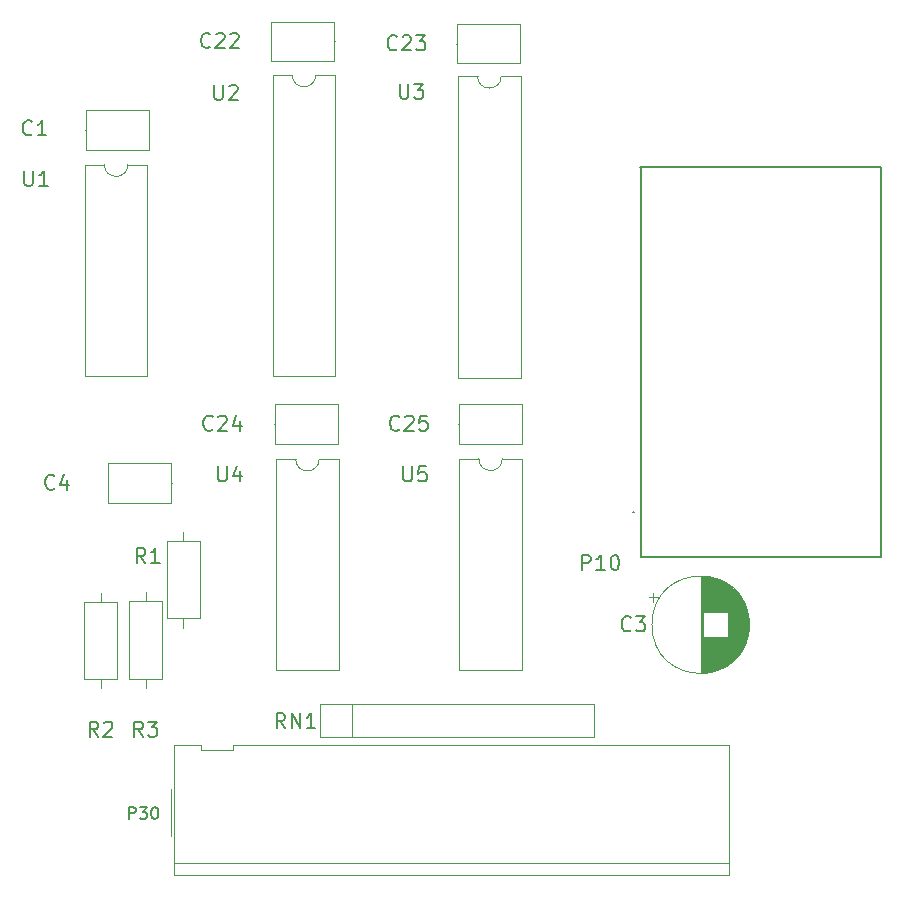
<source format=gbr>
%TF.GenerationSoftware,KiCad,Pcbnew,(6.0.5-0)*%
%TF.CreationDate,2023-12-07T08:40:20-07:00*%
%TF.ProjectId,sega-800-0374,73656761-2d38-4303-902d-303337342e6b,rev?*%
%TF.SameCoordinates,Original*%
%TF.FileFunction,Legend,Top*%
%TF.FilePolarity,Positive*%
%FSLAX46Y46*%
G04 Gerber Fmt 4.6, Leading zero omitted, Abs format (unit mm)*
G04 Created by KiCad (PCBNEW (6.0.5-0)) date 2023-12-07 08:40:20*
%MOMM*%
%LPD*%
G01*
G04 APERTURE LIST*
%ADD10C,0.203200*%
%ADD11C,0.150000*%
%ADD12C,0.120000*%
%ADD13C,0.200000*%
G04 APERTURE END LIST*
D10*
%TO.C,U5*%
X104623888Y-100918518D02*
X104623888Y-101946614D01*
X104684365Y-102067566D01*
X104744841Y-102128042D01*
X104865793Y-102188518D01*
X105107698Y-102188518D01*
X105228650Y-102128042D01*
X105289127Y-102067566D01*
X105349603Y-101946614D01*
X105349603Y-100918518D01*
X106559127Y-100918518D02*
X105954365Y-100918518D01*
X105893888Y-101523280D01*
X105954365Y-101462804D01*
X106075317Y-101402328D01*
X106377698Y-101402328D01*
X106498650Y-101462804D01*
X106559127Y-101523280D01*
X106619603Y-101644233D01*
X106619603Y-101946614D01*
X106559127Y-102067566D01*
X106498650Y-102128042D01*
X106377698Y-102188518D01*
X106075317Y-102188518D01*
X105954365Y-102128042D01*
X105893888Y-102067566D01*
%TO.C,C25*%
X104275080Y-97767575D02*
X104214604Y-97828051D01*
X104033175Y-97888527D01*
X103912223Y-97888527D01*
X103730794Y-97828051D01*
X103609842Y-97707099D01*
X103549366Y-97586146D01*
X103488889Y-97344242D01*
X103488889Y-97162813D01*
X103549366Y-96920908D01*
X103609842Y-96799956D01*
X103730794Y-96679004D01*
X103912223Y-96618527D01*
X104033175Y-96618527D01*
X104214604Y-96679004D01*
X104275080Y-96739480D01*
X104758889Y-96739480D02*
X104819366Y-96679004D01*
X104940318Y-96618527D01*
X105242699Y-96618527D01*
X105363651Y-96679004D01*
X105424128Y-96739480D01*
X105484604Y-96860432D01*
X105484604Y-96981384D01*
X105424128Y-97162813D01*
X104698413Y-97888527D01*
X105484604Y-97888527D01*
X106633651Y-96618527D02*
X106028889Y-96618527D01*
X105968413Y-97223289D01*
X106028889Y-97162813D01*
X106149842Y-97102337D01*
X106452223Y-97102337D01*
X106573175Y-97162813D01*
X106633651Y-97223289D01*
X106694128Y-97344242D01*
X106694128Y-97646623D01*
X106633651Y-97767575D01*
X106573175Y-97828051D01*
X106452223Y-97888527D01*
X106149842Y-97888527D01*
X106028889Y-97828051D01*
X105968413Y-97767575D01*
%TO.C,U3*%
X104323880Y-68518523D02*
X104323880Y-69546619D01*
X104384357Y-69667571D01*
X104444833Y-69728047D01*
X104565785Y-69788523D01*
X104807690Y-69788523D01*
X104928642Y-69728047D01*
X104989119Y-69667571D01*
X105049595Y-69546619D01*
X105049595Y-68518523D01*
X105533404Y-68518523D02*
X106319595Y-68518523D01*
X105896261Y-69002333D01*
X106077690Y-69002333D01*
X106198642Y-69062809D01*
X106259119Y-69123285D01*
X106319595Y-69244238D01*
X106319595Y-69546619D01*
X106259119Y-69667571D01*
X106198642Y-69728047D01*
X106077690Y-69788523D01*
X105714833Y-69788523D01*
X105593880Y-69728047D01*
X105533404Y-69667571D01*
%TO.C,C22*%
X88275062Y-65367564D02*
X88214586Y-65428040D01*
X88033157Y-65488516D01*
X87912205Y-65488516D01*
X87730776Y-65428040D01*
X87609824Y-65307088D01*
X87549348Y-65186135D01*
X87488871Y-64944231D01*
X87488871Y-64762802D01*
X87549348Y-64520897D01*
X87609824Y-64399945D01*
X87730776Y-64278993D01*
X87912205Y-64218516D01*
X88033157Y-64218516D01*
X88214586Y-64278993D01*
X88275062Y-64339469D01*
X88758871Y-64339469D02*
X88819348Y-64278993D01*
X88940300Y-64218516D01*
X89242681Y-64218516D01*
X89363633Y-64278993D01*
X89424110Y-64339469D01*
X89484586Y-64460421D01*
X89484586Y-64581373D01*
X89424110Y-64762802D01*
X88698395Y-65488516D01*
X89484586Y-65488516D01*
X89968395Y-64339469D02*
X90028871Y-64278993D01*
X90149824Y-64218516D01*
X90452205Y-64218516D01*
X90573157Y-64278993D01*
X90633633Y-64339469D01*
X90694110Y-64460421D01*
X90694110Y-64581373D01*
X90633633Y-64762802D01*
X89907919Y-65488516D01*
X90694110Y-65488516D01*
%TO.C,C24*%
X88475061Y-97767575D02*
X88414585Y-97828051D01*
X88233156Y-97888527D01*
X88112204Y-97888527D01*
X87930775Y-97828051D01*
X87809823Y-97707099D01*
X87749347Y-97586146D01*
X87688870Y-97344242D01*
X87688870Y-97162813D01*
X87749347Y-96920908D01*
X87809823Y-96799956D01*
X87930775Y-96679004D01*
X88112204Y-96618527D01*
X88233156Y-96618527D01*
X88414585Y-96679004D01*
X88475061Y-96739480D01*
X88958870Y-96739480D02*
X89019347Y-96679004D01*
X89140299Y-96618527D01*
X89442680Y-96618527D01*
X89563632Y-96679004D01*
X89624109Y-96739480D01*
X89684585Y-96860432D01*
X89684585Y-96981384D01*
X89624109Y-97162813D01*
X88898394Y-97888527D01*
X89684585Y-97888527D01*
X90773156Y-97041861D02*
X90773156Y-97888527D01*
X90470775Y-96558051D02*
X90168394Y-97465194D01*
X90954585Y-97465194D01*
%TO.C,C4*%
X75079826Y-102767565D02*
X75019350Y-102828041D01*
X74837921Y-102888517D01*
X74716969Y-102888517D01*
X74535540Y-102828041D01*
X74414588Y-102707089D01*
X74354112Y-102586136D01*
X74293635Y-102344232D01*
X74293635Y-102162803D01*
X74354112Y-101920898D01*
X74414588Y-101799946D01*
X74535540Y-101678994D01*
X74716969Y-101618517D01*
X74837921Y-101618517D01*
X75019350Y-101678994D01*
X75079826Y-101739470D01*
X76168397Y-102041851D02*
X76168397Y-102888517D01*
X75866016Y-101558041D02*
X75563635Y-102465184D01*
X76349826Y-102465184D01*
%TO.C,P10*%
X119749357Y-109688523D02*
X119749357Y-108418523D01*
X120233166Y-108418523D01*
X120354119Y-108479000D01*
X120414595Y-108539476D01*
X120475071Y-108660428D01*
X120475071Y-108841857D01*
X120414595Y-108962809D01*
X120354119Y-109023285D01*
X120233166Y-109083761D01*
X119749357Y-109083761D01*
X121684595Y-109688523D02*
X120958880Y-109688523D01*
X121321738Y-109688523D02*
X121321738Y-108418523D01*
X121200785Y-108599952D01*
X121079833Y-108720904D01*
X120958880Y-108781380D01*
X122470785Y-108418523D02*
X122591738Y-108418523D01*
X122712690Y-108479000D01*
X122773166Y-108539476D01*
X122833642Y-108660428D01*
X122894119Y-108902333D01*
X122894119Y-109204714D01*
X122833642Y-109446619D01*
X122773166Y-109567571D01*
X122712690Y-109628047D01*
X122591738Y-109688523D01*
X122470785Y-109688523D01*
X122349833Y-109628047D01*
X122289357Y-109567571D01*
X122228880Y-109446619D01*
X122168404Y-109204714D01*
X122168404Y-108902333D01*
X122228880Y-108660428D01*
X122289357Y-108539476D01*
X122349833Y-108479000D01*
X122470785Y-108418523D01*
%TO.C,RN1*%
X94614598Y-123088527D02*
X94191264Y-122483765D01*
X93888883Y-123088527D02*
X93888883Y-121818527D01*
X94372693Y-121818527D01*
X94493645Y-121879004D01*
X94554122Y-121939480D01*
X94614598Y-122060432D01*
X94614598Y-122241861D01*
X94554122Y-122362813D01*
X94493645Y-122423289D01*
X94372693Y-122483765D01*
X93888883Y-122483765D01*
X95158883Y-123088527D02*
X95158883Y-121818527D01*
X95884598Y-123088527D01*
X95884598Y-121818527D01*
X97154598Y-123088527D02*
X96428883Y-123088527D01*
X96791741Y-123088527D02*
X96791741Y-121818527D01*
X96670788Y-121999956D01*
X96549836Y-122120908D01*
X96428883Y-122181384D01*
%TO.C,U1*%
X72523876Y-75918518D02*
X72523876Y-76946614D01*
X72584353Y-77067566D01*
X72644829Y-77128042D01*
X72765781Y-77188518D01*
X73007686Y-77188518D01*
X73128638Y-77128042D01*
X73189115Y-77067566D01*
X73249591Y-76946614D01*
X73249591Y-75918518D01*
X74519591Y-77188518D02*
X73793876Y-77188518D01*
X74156734Y-77188518D02*
X74156734Y-75918518D01*
X74035781Y-76099947D01*
X73914829Y-76220899D01*
X73793876Y-76281375D01*
%TO.C,C23*%
X104075081Y-65567563D02*
X104014605Y-65628039D01*
X103833176Y-65688515D01*
X103712224Y-65688515D01*
X103530795Y-65628039D01*
X103409843Y-65507087D01*
X103349367Y-65386134D01*
X103288890Y-65144230D01*
X103288890Y-64962801D01*
X103349367Y-64720896D01*
X103409843Y-64599944D01*
X103530795Y-64478992D01*
X103712224Y-64418515D01*
X103833176Y-64418515D01*
X104014605Y-64478992D01*
X104075081Y-64539468D01*
X104558890Y-64539468D02*
X104619367Y-64478992D01*
X104740319Y-64418515D01*
X105042700Y-64418515D01*
X105163652Y-64478992D01*
X105224129Y-64539468D01*
X105284605Y-64660420D01*
X105284605Y-64781372D01*
X105224129Y-64962801D01*
X104498414Y-65688515D01*
X105284605Y-65688515D01*
X105707938Y-64418515D02*
X106494129Y-64418515D01*
X106070795Y-64902325D01*
X106252224Y-64902325D01*
X106373176Y-64962801D01*
X106433652Y-65023277D01*
X106494129Y-65144230D01*
X106494129Y-65446611D01*
X106433652Y-65567563D01*
X106373176Y-65628039D01*
X106252224Y-65688515D01*
X105889367Y-65688515D01*
X105768414Y-65628039D01*
X105707938Y-65567563D01*
%TO.C,R1*%
X82779836Y-109088530D02*
X82356503Y-108483768D01*
X82054122Y-109088530D02*
X82054122Y-107818530D01*
X82537931Y-107818530D01*
X82658883Y-107879007D01*
X82719360Y-107939483D01*
X82779836Y-108060435D01*
X82779836Y-108241864D01*
X82719360Y-108362816D01*
X82658883Y-108423292D01*
X82537931Y-108483768D01*
X82054122Y-108483768D01*
X83989360Y-109088530D02*
X83263645Y-109088530D01*
X83626503Y-109088530D02*
X83626503Y-107818530D01*
X83505550Y-107999959D01*
X83384598Y-108120911D01*
X83263645Y-108181387D01*
%TO.C,R2*%
X78779844Y-123788526D02*
X78356511Y-123183764D01*
X78054130Y-123788526D02*
X78054130Y-122518526D01*
X78537939Y-122518526D01*
X78658891Y-122579003D01*
X78719368Y-122639479D01*
X78779844Y-122760431D01*
X78779844Y-122941860D01*
X78719368Y-123062812D01*
X78658891Y-123123288D01*
X78537939Y-123183764D01*
X78054130Y-123183764D01*
X79263653Y-122639479D02*
X79324130Y-122579003D01*
X79445082Y-122518526D01*
X79747463Y-122518526D01*
X79868415Y-122579003D01*
X79928891Y-122639479D01*
X79989368Y-122760431D01*
X79989368Y-122881383D01*
X79928891Y-123062812D01*
X79203177Y-123788526D01*
X79989368Y-123788526D01*
%TO.C,C1*%
X73179830Y-72767574D02*
X73119354Y-72828050D01*
X72937925Y-72888526D01*
X72816973Y-72888526D01*
X72635544Y-72828050D01*
X72514592Y-72707098D01*
X72454116Y-72586145D01*
X72393639Y-72344241D01*
X72393639Y-72162812D01*
X72454116Y-71920907D01*
X72514592Y-71799955D01*
X72635544Y-71679003D01*
X72816973Y-71618526D01*
X72937925Y-71618526D01*
X73119354Y-71679003D01*
X73179830Y-71739479D01*
X74389354Y-72888526D02*
X73663639Y-72888526D01*
X74026497Y-72888526D02*
X74026497Y-71618526D01*
X73905544Y-71799955D01*
X73784592Y-71920907D01*
X73663639Y-71981383D01*
%TO.C,U2*%
X88623870Y-68618532D02*
X88623870Y-69646628D01*
X88684347Y-69767580D01*
X88744823Y-69828056D01*
X88865775Y-69888532D01*
X89107680Y-69888532D01*
X89228632Y-69828056D01*
X89289109Y-69767580D01*
X89349585Y-69646628D01*
X89349585Y-68618532D01*
X89893870Y-68739485D02*
X89954347Y-68679009D01*
X90075299Y-68618532D01*
X90377680Y-68618532D01*
X90498632Y-68679009D01*
X90559109Y-68739485D01*
X90619585Y-68860437D01*
X90619585Y-68981389D01*
X90559109Y-69162818D01*
X89833394Y-69888532D01*
X90619585Y-69888532D01*
%TO.C,C3*%
X123879820Y-114767566D02*
X123819344Y-114828042D01*
X123637915Y-114888518D01*
X123516963Y-114888518D01*
X123335534Y-114828042D01*
X123214582Y-114707090D01*
X123154106Y-114586137D01*
X123093629Y-114344233D01*
X123093629Y-114162804D01*
X123154106Y-113920899D01*
X123214582Y-113799947D01*
X123335534Y-113678995D01*
X123516963Y-113618518D01*
X123637915Y-113618518D01*
X123819344Y-113678995D01*
X123879820Y-113739471D01*
X124303153Y-113618518D02*
X125089344Y-113618518D01*
X124666010Y-114102328D01*
X124847439Y-114102328D01*
X124968391Y-114162804D01*
X125028867Y-114223280D01*
X125089344Y-114344233D01*
X125089344Y-114646614D01*
X125028867Y-114767566D01*
X124968391Y-114828042D01*
X124847439Y-114888518D01*
X124484582Y-114888518D01*
X124363629Y-114828042D01*
X124303153Y-114767566D01*
D11*
%TO.C,P30*%
X81377214Y-130766380D02*
X81377214Y-129766380D01*
X81758166Y-129766380D01*
X81853404Y-129814000D01*
X81901023Y-129861619D01*
X81948642Y-129956857D01*
X81948642Y-130099714D01*
X81901023Y-130194952D01*
X81853404Y-130242571D01*
X81758166Y-130290190D01*
X81377214Y-130290190D01*
X82281976Y-129766380D02*
X82901023Y-129766380D01*
X82567690Y-130147333D01*
X82710547Y-130147333D01*
X82805785Y-130194952D01*
X82853404Y-130242571D01*
X82901023Y-130337809D01*
X82901023Y-130575904D01*
X82853404Y-130671142D01*
X82805785Y-130718761D01*
X82710547Y-130766380D01*
X82424833Y-130766380D01*
X82329595Y-130718761D01*
X82281976Y-130671142D01*
X83520071Y-129766380D02*
X83615309Y-129766380D01*
X83710547Y-129814000D01*
X83758166Y-129861619D01*
X83805785Y-129956857D01*
X83853404Y-130147333D01*
X83853404Y-130385428D01*
X83805785Y-130575904D01*
X83758166Y-130671142D01*
X83710547Y-130718761D01*
X83615309Y-130766380D01*
X83520071Y-130766380D01*
X83424833Y-130718761D01*
X83377214Y-130671142D01*
X83329595Y-130575904D01*
X83281976Y-130385428D01*
X83281976Y-130147333D01*
X83329595Y-129956857D01*
X83377214Y-129861619D01*
X83424833Y-129814000D01*
X83520071Y-129766380D01*
D10*
%TO.C,U4*%
X88923869Y-100918518D02*
X88923869Y-101946614D01*
X88984346Y-102067566D01*
X89044822Y-102128042D01*
X89165774Y-102188518D01*
X89407679Y-102188518D01*
X89528631Y-102128042D01*
X89589108Y-102067566D01*
X89649584Y-101946614D01*
X89649584Y-100918518D01*
X90798631Y-101341852D02*
X90798631Y-102188518D01*
X90496250Y-100858042D02*
X90193869Y-101765185D01*
X90980060Y-101765185D01*
%TO.C,R3*%
X82579836Y-123788526D02*
X82156503Y-123183764D01*
X81854122Y-123788526D02*
X81854122Y-122518526D01*
X82337931Y-122518526D01*
X82458883Y-122579003D01*
X82519360Y-122639479D01*
X82579836Y-122760431D01*
X82579836Y-122941860D01*
X82519360Y-123062812D01*
X82458883Y-123123288D01*
X82337931Y-123183764D01*
X81854122Y-123183764D01*
X83003169Y-122518526D02*
X83789360Y-122518526D01*
X83366026Y-123002336D01*
X83547455Y-123002336D01*
X83668407Y-123062812D01*
X83728883Y-123123288D01*
X83789360Y-123244241D01*
X83789360Y-123546622D01*
X83728883Y-123667574D01*
X83668407Y-123728050D01*
X83547455Y-123788526D01*
X83184598Y-123788526D01*
X83063645Y-123728050D01*
X83003169Y-123667574D01*
D12*
%TO.C,U5*%
X111001500Y-100259000D02*
G75*
G03*
X113001500Y-100259000I1000000J0D01*
G01*
X111001500Y-100259000D02*
X109351500Y-100259000D01*
X109351500Y-100259000D02*
X109351500Y-118159000D01*
X114651500Y-118159000D02*
X114651500Y-100259000D01*
X109351500Y-118159000D02*
X114651500Y-118159000D01*
X114651500Y-100259000D02*
X113001500Y-100259000D01*
%TO.C,C25*%
X109321501Y-98984004D02*
X114661501Y-98984004D01*
X114661501Y-95644004D02*
X109321501Y-95644004D01*
X114701501Y-97314004D02*
X114661501Y-97314004D01*
X114661501Y-98984004D02*
X114661501Y-95644004D01*
X109281501Y-97314004D02*
X109321501Y-97314004D01*
X109321501Y-95644004D02*
X109321501Y-98984004D01*
%TO.C,U3*%
X110901500Y-67884000D02*
G75*
G03*
X112901500Y-67884000I1000000J0D01*
G01*
X109251500Y-93404000D02*
X114551500Y-93404000D01*
X114551500Y-67884000D02*
X112901500Y-67884000D01*
X114551500Y-93404000D02*
X114551500Y-67884000D01*
X110901500Y-67884000D02*
X109251500Y-67884000D01*
X109251500Y-67884000D02*
X109251500Y-93404000D01*
%TO.C,C22*%
X98761507Y-63243993D02*
X93421507Y-63243993D01*
X98761507Y-66583993D02*
X98761507Y-63243993D01*
X98801507Y-64913993D02*
X98761507Y-64913993D01*
X93381507Y-64913993D02*
X93421507Y-64913993D01*
X93421507Y-63243993D02*
X93421507Y-66583993D01*
X93421507Y-66583993D02*
X98761507Y-66583993D01*
%TO.C,C24*%
X93721507Y-98984004D02*
X99061507Y-98984004D01*
X99061507Y-95644004D02*
X93721507Y-95644004D01*
X99061507Y-98984004D02*
X99061507Y-95644004D01*
X93681507Y-97314004D02*
X93721507Y-97314004D01*
X93721507Y-95644004D02*
X93721507Y-98984004D01*
X99101507Y-97314004D02*
X99061507Y-97314004D01*
%TO.C,C4*%
X85001509Y-102313994D02*
X84961509Y-102313994D01*
X79581509Y-102313994D02*
X79621509Y-102313994D01*
X84961509Y-103983994D02*
X84961509Y-100643994D01*
X79621509Y-100643994D02*
X79621509Y-103983994D01*
X79621509Y-103983994D02*
X84961509Y-103983994D01*
X84961509Y-100643994D02*
X79621509Y-100643994D01*
D13*
%TO.C,P10*%
X124141501Y-104813989D02*
G75*
G03*
X124041501Y-104813989I-50000J0D01*
G01*
X124041501Y-104813989D02*
G75*
G03*
X124141501Y-104813989I50000J0D01*
G01*
X124041501Y-104813989D02*
G75*
G03*
X124141501Y-104813989I50000J0D01*
G01*
X124141501Y-104813989D02*
X124141501Y-104813989D01*
X124731501Y-108623989D02*
X145091501Y-108623989D01*
X124041501Y-104813989D02*
X124041501Y-104813989D01*
X145091501Y-108623989D02*
X145051501Y-75603989D01*
X124041501Y-104813989D02*
X124041501Y-104813989D01*
X124731501Y-75603989D02*
X124731501Y-108623989D01*
X145051501Y-75603989D02*
X124691501Y-75603989D01*
D12*
%TO.C,RN1*%
X100241500Y-121014000D02*
X100241500Y-123814000D01*
X120731500Y-123814000D02*
X120731500Y-121014000D01*
X97531500Y-123814000D02*
X120731500Y-123814000D01*
X120731500Y-121014000D02*
X97531500Y-121014000D01*
X97531500Y-121014000D02*
X97531500Y-123814000D01*
%TO.C,U1*%
X82951500Y-75359000D02*
X81301500Y-75359000D01*
X82951500Y-93259000D02*
X82951500Y-75359000D01*
X79301500Y-75359000D02*
X77651500Y-75359000D01*
X77651500Y-75359000D02*
X77651500Y-93259000D01*
X77651500Y-93259000D02*
X82951500Y-93259000D01*
X79301500Y-75359000D02*
G75*
G03*
X81301500Y-75359000I1000000J0D01*
G01*
%TO.C,C23*%
X114461501Y-63443992D02*
X109121501Y-63443992D01*
X114461501Y-66783992D02*
X114461501Y-63443992D01*
X109081501Y-65113992D02*
X109121501Y-65113992D01*
X109121501Y-63443992D02*
X109121501Y-66783992D01*
X109121501Y-66783992D02*
X114461501Y-66783992D01*
X114501501Y-65113992D02*
X114461501Y-65113992D01*
%TO.C,R1*%
X87361497Y-113784003D02*
X87361497Y-107244003D01*
X87361497Y-107244003D02*
X84621497Y-107244003D01*
X85991497Y-106474003D02*
X85991497Y-107244003D01*
X85991497Y-114554003D02*
X85991497Y-113784003D01*
X84621497Y-107244003D02*
X84621497Y-113784003D01*
X84621497Y-113784003D02*
X87361497Y-113784003D01*
%TO.C,R2*%
X78991511Y-119674008D02*
X78991511Y-118904008D01*
X80361511Y-118904008D02*
X80361511Y-112364008D01*
X80361511Y-112364008D02*
X77621511Y-112364008D01*
X77621511Y-112364008D02*
X77621511Y-118904008D01*
X77621511Y-118904008D02*
X80361511Y-118904008D01*
X78991511Y-111594008D02*
X78991511Y-112364008D01*
%TO.C,C1*%
X77721500Y-74084000D02*
X83061500Y-74084000D01*
X83061500Y-74084000D02*
X83061500Y-70744000D01*
X83061500Y-70744000D02*
X77721500Y-70744000D01*
X77721500Y-70744000D02*
X77721500Y-74084000D01*
X83101500Y-72414000D02*
X83061500Y-72414000D01*
X77681500Y-72414000D02*
X77721500Y-72414000D01*
%TO.C,U2*%
X98851500Y-67759000D02*
X97201500Y-67759000D01*
X93551500Y-67759000D02*
X93551500Y-93279000D01*
X95201500Y-67759000D02*
X93551500Y-67759000D01*
X93551500Y-93279000D02*
X98851500Y-93279000D01*
X98851500Y-93279000D02*
X98851500Y-67759000D01*
X95201500Y-67759000D02*
G75*
G03*
X97201500Y-67759000I1000000J0D01*
G01*
%TO.C,C3*%
X133908849Y-114313995D02*
G75*
G03*
X133908849Y-114313995I-4120000J0D01*
G01*
X131709849Y-115353995D02*
X131709849Y-117919995D01*
X131429849Y-110573995D02*
X131429849Y-113273995D01*
X130028849Y-115353995D02*
X130028849Y-118387995D01*
X133109849Y-111913995D02*
X133109849Y-116713995D01*
X131549849Y-110627995D02*
X131549849Y-113273995D01*
X133469849Y-112500995D02*
X133469849Y-116126995D01*
X131309849Y-110523995D02*
X131309849Y-113273995D01*
X132229849Y-111033995D02*
X132229849Y-117593995D01*
X133389849Y-112349995D02*
X133389849Y-116277995D01*
X133189849Y-112026995D02*
X133189849Y-116600995D01*
X130909849Y-115353995D02*
X130909849Y-118238995D01*
X131269849Y-110508995D02*
X131269849Y-113273995D01*
X125779151Y-111598995D02*
X125779151Y-112398995D01*
X133349849Y-112279995D02*
X133349849Y-116347995D01*
X130789849Y-110356995D02*
X130789849Y-113273995D01*
X133229849Y-112085995D02*
X133229849Y-116541995D01*
X132109849Y-110948995D02*
X132109849Y-117678995D01*
X130589849Y-110311995D02*
X130589849Y-113273995D01*
X131989849Y-110869995D02*
X131989849Y-113273995D01*
X130388849Y-110276995D02*
X130388849Y-113273995D01*
X132349849Y-111124995D02*
X132349849Y-117502995D01*
X130308849Y-115353995D02*
X130308849Y-118361995D01*
X130228849Y-115353995D02*
X130228849Y-118370995D01*
X131909849Y-110820995D02*
X131909849Y-113273995D01*
X132469849Y-111223995D02*
X132469849Y-117403995D01*
X130989849Y-110411995D02*
X130989849Y-113273995D01*
X131189849Y-110478995D02*
X131189849Y-113273995D01*
X132629849Y-111368995D02*
X132629849Y-117258995D01*
X130068849Y-115353995D02*
X130068849Y-118384995D01*
X130709849Y-110337995D02*
X130709849Y-113273995D01*
X130068849Y-110242995D02*
X130068849Y-113273995D01*
X129908849Y-110234995D02*
X129908849Y-118392995D01*
X132789849Y-111529995D02*
X132789849Y-117097995D01*
X131189849Y-115353995D02*
X131189849Y-118148995D01*
X130709849Y-115353995D02*
X130709849Y-118289995D01*
X131469849Y-110591995D02*
X131469849Y-113273995D01*
X131709849Y-110707995D02*
X131709849Y-113273995D01*
X133549849Y-112668995D02*
X133549849Y-115958995D01*
X132989849Y-111757995D02*
X132989849Y-116869995D01*
X131789849Y-110751995D02*
X131789849Y-113273995D01*
X131229849Y-115353995D02*
X131229849Y-118134995D01*
X130348849Y-110271995D02*
X130348849Y-113273995D01*
X131069849Y-110436995D02*
X131069849Y-113273995D01*
X130629849Y-110319995D02*
X130629849Y-113273995D01*
X133869849Y-113780995D02*
X133869849Y-114846995D01*
X130108849Y-110245995D02*
X130108849Y-113273995D01*
X132829849Y-111572995D02*
X132829849Y-117054995D01*
X131749849Y-115353995D02*
X131749849Y-117897995D01*
X131829849Y-110773995D02*
X131829849Y-113273995D01*
X131789849Y-115353995D02*
X131789849Y-117875995D01*
X130388849Y-115353995D02*
X130388849Y-118350995D01*
X130789849Y-115353995D02*
X130789849Y-118270995D01*
X132189849Y-111004995D02*
X132189849Y-117622995D01*
X130428849Y-110283995D02*
X130428849Y-113273995D01*
X133829849Y-113545995D02*
X133829849Y-115081995D01*
X132149849Y-110975995D02*
X132149849Y-117651995D01*
X130669849Y-115353995D02*
X130669849Y-118298995D01*
X132029849Y-110895995D02*
X132029849Y-113273995D01*
X131949849Y-115353995D02*
X131949849Y-117782995D01*
X129788849Y-110233995D02*
X129788849Y-118393995D01*
X130829849Y-110366995D02*
X130829849Y-113273995D01*
X133069849Y-111859995D02*
X133069849Y-116767995D01*
X131149849Y-110463995D02*
X131149849Y-113273995D01*
X132909849Y-111662995D02*
X132909849Y-116964995D01*
X130428849Y-115353995D02*
X130428849Y-118343995D01*
X130509849Y-110296995D02*
X130509849Y-113273995D01*
X130749849Y-110346995D02*
X130749849Y-113273995D01*
X131109849Y-115353995D02*
X131109849Y-118176995D01*
X131909849Y-115353995D02*
X131909849Y-117806995D01*
X131149849Y-115353995D02*
X131149849Y-118163995D01*
X133589849Y-112761995D02*
X133589849Y-115865995D01*
X132429849Y-111189995D02*
X132429849Y-117437995D01*
X133029849Y-111808995D02*
X133029849Y-116818995D01*
X130589849Y-115353995D02*
X130589849Y-118315995D01*
X131269849Y-115353995D02*
X131269849Y-118118995D01*
X131029849Y-115353995D02*
X131029849Y-118202995D01*
X132949849Y-111709995D02*
X132949849Y-116917995D01*
X131309849Y-115353995D02*
X131309849Y-118103995D01*
X130949849Y-115353995D02*
X130949849Y-118227995D01*
X133709849Y-113084995D02*
X133709849Y-115542995D01*
X130949849Y-110399995D02*
X130949849Y-113273995D01*
X130348849Y-115353995D02*
X130348849Y-118355995D01*
X130108849Y-115353995D02*
X130108849Y-118381995D01*
X133269849Y-112147995D02*
X133269849Y-116479995D01*
X132709849Y-111446995D02*
X132709849Y-117180995D01*
X132269849Y-111063995D02*
X132269849Y-117563995D01*
X133149849Y-111968995D02*
X133149849Y-116658995D01*
X130268849Y-110261995D02*
X130268849Y-113273995D01*
X131229849Y-110492995D02*
X131229849Y-113273995D01*
X133309849Y-112211995D02*
X133309849Y-116415995D01*
X132589849Y-111330995D02*
X132589849Y-117296995D01*
X131749849Y-110729995D02*
X131749849Y-113273995D01*
X131829849Y-115353995D02*
X131829849Y-117853995D01*
X131069849Y-115353995D02*
X131069849Y-118190995D01*
X131549849Y-115353995D02*
X131549849Y-117999995D01*
X130468849Y-110289995D02*
X130468849Y-113273995D01*
X132549849Y-111294995D02*
X132549849Y-117332995D01*
X130909849Y-110388995D02*
X130909849Y-113273995D01*
X133789849Y-113365995D02*
X133789849Y-115261995D01*
X130188849Y-110252995D02*
X130188849Y-113273995D01*
X131949849Y-110844995D02*
X131949849Y-113273995D01*
X130228849Y-110256995D02*
X130228849Y-113273995D01*
X132029849Y-115353995D02*
X132029849Y-117731995D01*
X132749849Y-111487995D02*
X132749849Y-117139995D01*
X130749849Y-115353995D02*
X130749849Y-118280995D01*
X130028849Y-110239995D02*
X130028849Y-113273995D01*
X130468849Y-115353995D02*
X130468849Y-118337995D01*
X129828849Y-110233995D02*
X129828849Y-118393995D01*
X132309849Y-111093995D02*
X132309849Y-117533995D01*
X129948849Y-110236995D02*
X129948849Y-118390995D01*
X130989849Y-115353995D02*
X130989849Y-118215995D01*
X130188849Y-115353995D02*
X130188849Y-118374995D01*
X133629849Y-112860995D02*
X133629849Y-115766995D01*
X129988849Y-110237995D02*
X129988849Y-118389995D01*
X129868849Y-110233995D02*
X129868849Y-118393995D01*
X131509849Y-115353995D02*
X131509849Y-118017995D01*
X131349849Y-115353995D02*
X131349849Y-118087995D01*
X131869849Y-110796995D02*
X131869849Y-113273995D01*
X133669849Y-112967995D02*
X133669849Y-115659995D01*
X131629849Y-115353995D02*
X131629849Y-117960995D01*
X130268849Y-115353995D02*
X130268849Y-118365995D01*
X132069849Y-110921995D02*
X132069849Y-113273995D01*
X130308849Y-110265995D02*
X130308849Y-113273995D01*
X131389849Y-115353995D02*
X131389849Y-118070995D01*
X131669849Y-110686995D02*
X131669849Y-113273995D01*
X132869849Y-111616995D02*
X132869849Y-117010995D01*
X132509849Y-111258995D02*
X132509849Y-117368995D01*
X130629849Y-115353995D02*
X130629849Y-118307995D01*
X131429849Y-115353995D02*
X131429849Y-118053995D01*
X130549849Y-115353995D02*
X130549849Y-118323995D01*
X130549849Y-110303995D02*
X130549849Y-113273995D01*
X130509849Y-115353995D02*
X130509849Y-118330995D01*
X131389849Y-110556995D02*
X131389849Y-113273995D01*
X130148849Y-110248995D02*
X130148849Y-113273995D01*
X133509849Y-112582995D02*
X133509849Y-116044995D01*
X130148849Y-115353995D02*
X130148849Y-118378995D01*
X130869849Y-115353995D02*
X130869849Y-118249995D01*
X131989849Y-115353995D02*
X131989849Y-117757995D01*
X132069849Y-115353995D02*
X132069849Y-117705995D01*
X125379151Y-111998995D02*
X126179151Y-111998995D01*
X130829849Y-115353995D02*
X130829849Y-118260995D01*
X131589849Y-115353995D02*
X131589849Y-117979995D01*
X130669849Y-110328995D02*
X130669849Y-113273995D01*
X131869849Y-115353995D02*
X131869849Y-117830995D01*
X132669849Y-111406995D02*
X132669849Y-117220995D01*
X131029849Y-110424995D02*
X131029849Y-113273995D01*
X131589849Y-110647995D02*
X131589849Y-113273995D01*
X130869849Y-110377995D02*
X130869849Y-113273995D01*
X131669849Y-115353995D02*
X131669849Y-117940995D01*
X133749849Y-113215995D02*
X133749849Y-115411995D01*
X133429849Y-112423995D02*
X133429849Y-116203995D01*
X131469849Y-115353995D02*
X131469849Y-118035995D01*
X131109849Y-110450995D02*
X131109849Y-113273995D01*
X131349849Y-110539995D02*
X131349849Y-113273995D01*
X131509849Y-110609995D02*
X131509849Y-113273995D01*
X131629849Y-110666995D02*
X131629849Y-113273995D01*
X132389849Y-111157995D02*
X132389849Y-117469995D01*
%TO.C,P30*%
X132181510Y-124529008D02*
X132181510Y-135499008D01*
X132181510Y-135499008D02*
X85201510Y-135499008D01*
X85201510Y-134499008D02*
X132181510Y-134499008D01*
X87481510Y-124929008D02*
X90181510Y-124929008D01*
X85201510Y-134499008D02*
X85201510Y-124529008D01*
X87481510Y-124529008D02*
X87481510Y-124929008D01*
X90181510Y-124929008D02*
X90181510Y-124529008D01*
X90181510Y-124529008D02*
X132181510Y-124529008D01*
X85201510Y-124529008D02*
X87481510Y-124529008D01*
X85201510Y-135499008D02*
X85201510Y-134499008D01*
X84911510Y-128239008D02*
X84911510Y-132239008D01*
%TO.C,U4*%
X95501500Y-100284000D02*
G75*
G03*
X97501500Y-100284000I1000000J0D01*
G01*
X95501500Y-100284000D02*
X93851500Y-100284000D01*
X99151500Y-118184000D02*
X99151500Y-100284000D01*
X93851500Y-118184000D02*
X99151500Y-118184000D01*
X99151500Y-100284000D02*
X97501500Y-100284000D01*
X93851500Y-100284000D02*
X93851500Y-118184000D01*
%TO.C,R3*%
X82791503Y-111573993D02*
X82791503Y-112343993D01*
X84161503Y-118883993D02*
X84161503Y-112343993D01*
X81421503Y-118883993D02*
X84161503Y-118883993D01*
X82791503Y-119653993D02*
X82791503Y-118883993D01*
X84161503Y-112343993D02*
X81421503Y-112343993D01*
X81421503Y-112343993D02*
X81421503Y-118883993D01*
%TD*%
M02*

</source>
